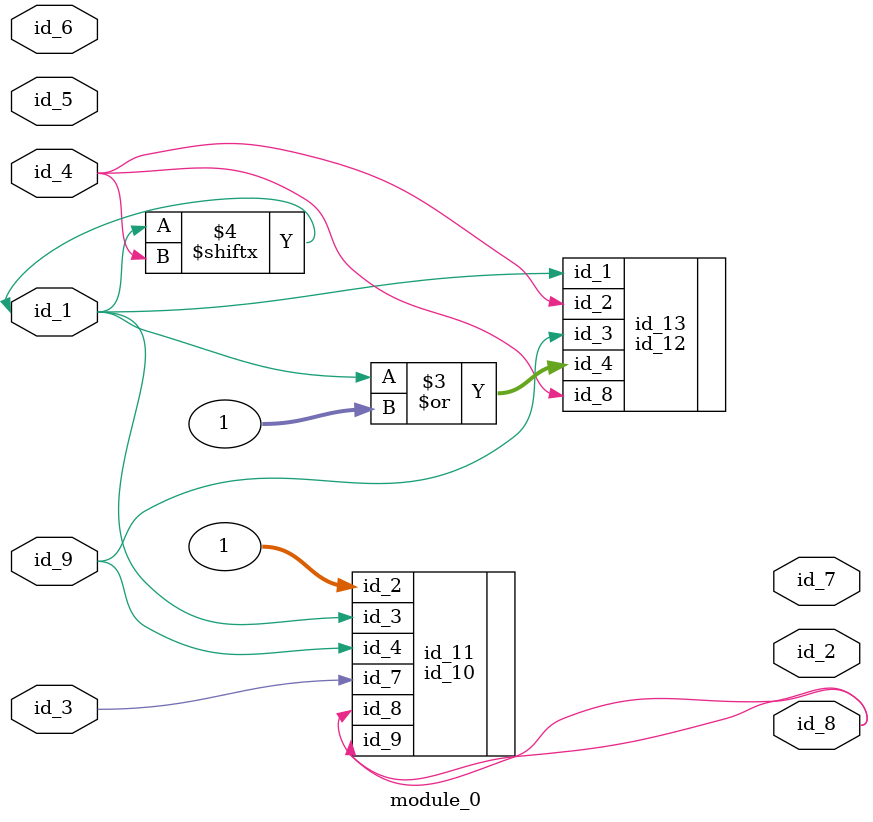
<source format=v>
module module_0 (
    id_1,
    id_2,
    id_3,
    id_4,
    id_5,
    id_6,
    id_7,
    id_8,
    id_9
);
  input id_9;
  output id_8;
  output id_7;
  input id_6;
  input id_5;
  input id_4;
  input id_3;
  output id_2;
  input id_1;
  id_10 id_11 (
      .id_9(id_8),
      .id_3(id_1),
      .id_7(~id_4),
      .id_4(id_8),
      .id_4(id_9),
      .id_2(1),
      .id_3(id_1),
      .id_8(id_8),
      .id_7(id_3)
  );
  id_12 id_13 (
      .id_1(id_1),
      .id_4(id_1 | 1),
      .id_8(id_4),
      .id_2(id_4),
      .id_3(id_9)
  );
  assign id_1[id_4] = id_1;
endmodule

</source>
